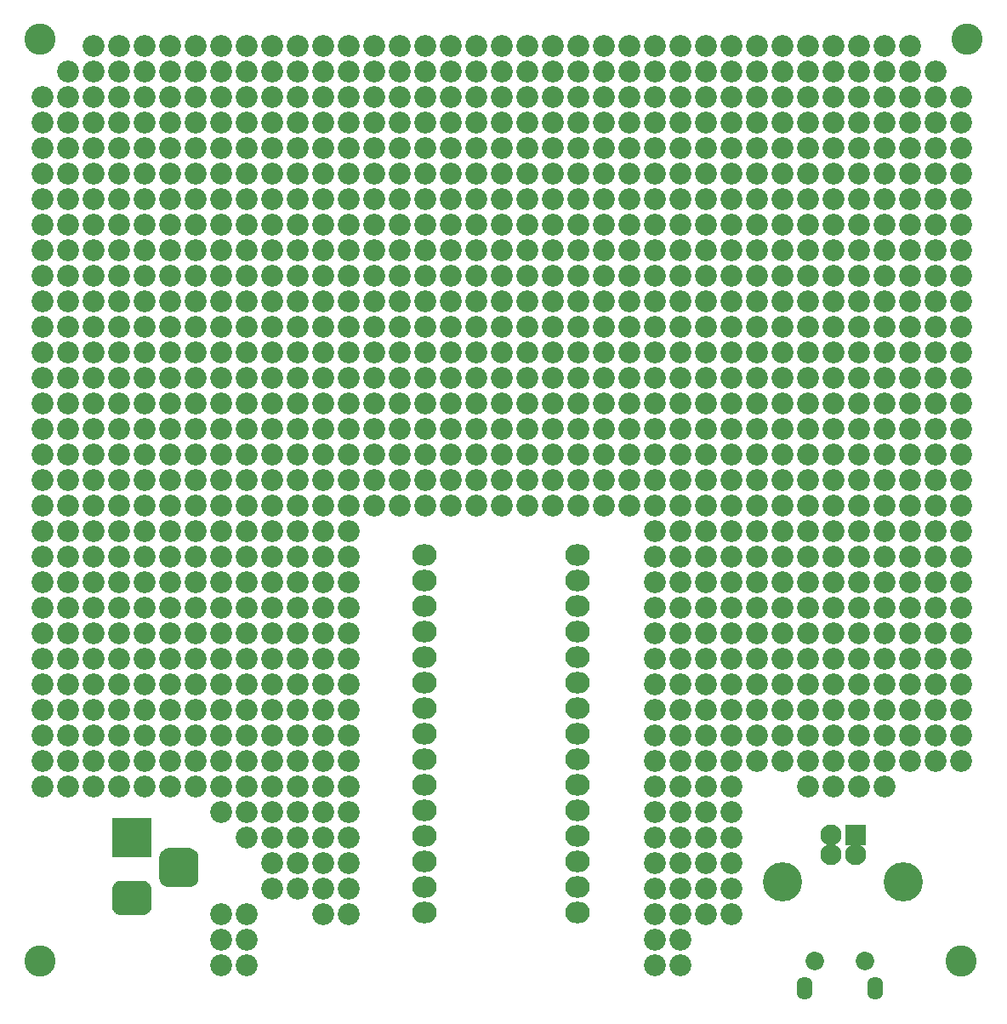
<source format=gbs>
G04 #@! TF.GenerationSoftware,KiCad,Pcbnew,(5.0.0)*
G04 #@! TF.CreationDate,2019-08-07T20:49:05+02:00*
G04 #@! TF.ProjectId,Arduino_Nano_Breadboard,41726475696E6F5F4E616E6F5F427265,rev?*
G04 #@! TF.SameCoordinates,Original*
G04 #@! TF.FileFunction,Soldermask,Bot*
G04 #@! TF.FilePolarity,Negative*
%FSLAX46Y46*%
G04 Gerber Fmt 4.6, Leading zero omitted, Abs format (unit mm)*
G04 Created by KiCad (PCBNEW (5.0.0)) date 08/07/19 20:49:05*
%MOMM*%
%LPD*%
G01*
G04 APERTURE LIST*
%ADD10C,2.178000*%
%ADD11C,3.900000*%
%ADD12C,2.100000*%
%ADD13R,2.100000X2.100000*%
%ADD14O,2.432000X2.127200*%
%ADD15C,3.100000*%
%ADD16C,0.100000*%
%ADD17C,3.400000*%
%ADD18R,3.900000X3.900000*%
%ADD19O,1.600000X2.300000*%
%ADD20C,1.850000*%
G04 APERTURE END LIST*
D10*
G04 #@! TO.C,*
X99530000Y-139850000D03*
G04 #@! TD*
G04 #@! TO.C,*
X96990000Y-139850000D03*
G04 #@! TD*
G04 #@! TO.C,*
X81750000Y-50950000D03*
G04 #@! TD*
G04 #@! TO.C,*
X168110000Y-50950000D03*
G04 #@! TD*
G04 #@! TO.C,*
X165570000Y-50950000D03*
G04 #@! TD*
G04 #@! TO.C,*
X165570000Y-48410000D03*
G04 #@! TD*
G04 #@! TO.C,*
X157950000Y-50950000D03*
X155410000Y-50950000D03*
X155410000Y-48410000D03*
X157950000Y-48410000D03*
G04 #@! TD*
G04 #@! TO.C,*
X147790000Y-50950000D03*
X145250000Y-50950000D03*
X145250000Y-48410000D03*
X147790000Y-48410000D03*
G04 #@! TD*
G04 #@! TO.C,*
X163030000Y-50950000D03*
X160490000Y-50950000D03*
X160490000Y-48410000D03*
X163030000Y-48410000D03*
G04 #@! TD*
G04 #@! TO.C,*
X152870000Y-50950000D03*
X150330000Y-50950000D03*
X150330000Y-48410000D03*
X152870000Y-48410000D03*
G04 #@! TD*
G04 #@! TO.C,*
X137630000Y-50950000D03*
X135090000Y-50950000D03*
X135090000Y-48410000D03*
X137630000Y-48410000D03*
G04 #@! TD*
G04 #@! TO.C,*
X127470000Y-50950000D03*
X124930000Y-50950000D03*
X124930000Y-48410000D03*
X127470000Y-48410000D03*
G04 #@! TD*
G04 #@! TO.C,*
X142710000Y-50950000D03*
X140170000Y-50950000D03*
X140170000Y-48410000D03*
X142710000Y-48410000D03*
G04 #@! TD*
G04 #@! TO.C,*
X132550000Y-50950000D03*
X130010000Y-50950000D03*
X130010000Y-48410000D03*
X132550000Y-48410000D03*
G04 #@! TD*
G04 #@! TO.C,*
X122390000Y-48410000D03*
X119850000Y-48410000D03*
X119850000Y-50950000D03*
X122390000Y-50950000D03*
G04 #@! TD*
G04 #@! TO.C,*
X117310000Y-48410000D03*
X114770000Y-48410000D03*
X114770000Y-50950000D03*
X117310000Y-50950000D03*
G04 #@! TD*
G04 #@! TO.C,*
X112230000Y-48410000D03*
X109690000Y-48410000D03*
X109690000Y-50950000D03*
X112230000Y-50950000D03*
G04 #@! TD*
G04 #@! TO.C,*
X107150000Y-48410000D03*
X104610000Y-48410000D03*
X104610000Y-50950000D03*
X107150000Y-50950000D03*
G04 #@! TD*
G04 #@! TO.C,*
X102070000Y-48410000D03*
X99530000Y-48410000D03*
X99530000Y-50950000D03*
X102070000Y-50950000D03*
G04 #@! TD*
G04 #@! TO.C,*
X96990000Y-48410000D03*
X94450000Y-48410000D03*
X94450000Y-50950000D03*
X96990000Y-50950000D03*
G04 #@! TD*
G04 #@! TO.C,*
X91910000Y-48410000D03*
X89370000Y-48410000D03*
X89370000Y-50950000D03*
X91910000Y-50950000D03*
G04 #@! TD*
G04 #@! TO.C,*
X86830000Y-48410000D03*
X84290000Y-48410000D03*
X84290000Y-50950000D03*
X86830000Y-50950000D03*
G04 #@! TD*
G04 #@! TO.C,*
X79210000Y-122070000D03*
G04 #@! TD*
G04 #@! TO.C,*
X81750000Y-122070000D03*
G04 #@! TD*
G04 #@! TO.C,*
X84290000Y-122070000D03*
G04 #@! TD*
G04 #@! TO.C,*
X84290000Y-114450000D03*
X81750000Y-114450000D03*
X79210000Y-114450000D03*
X79210000Y-116990000D03*
X79210000Y-119530000D03*
X81750000Y-119530000D03*
X84290000Y-119530000D03*
X81750000Y-116990000D03*
X84290000Y-116990000D03*
G04 #@! TD*
G04 #@! TO.C,*
X84290000Y-106830000D03*
X81750000Y-106830000D03*
X79210000Y-106830000D03*
X79210000Y-109370000D03*
X79210000Y-111910000D03*
X81750000Y-111910000D03*
X84290000Y-111910000D03*
X81750000Y-109370000D03*
X84290000Y-109370000D03*
G04 #@! TD*
G04 #@! TO.C,*
X84290000Y-99210000D03*
X81750000Y-99210000D03*
X79210000Y-99210000D03*
X79210000Y-101750000D03*
X79210000Y-104290000D03*
X81750000Y-104290000D03*
X84290000Y-104290000D03*
X81750000Y-101750000D03*
X84290000Y-101750000D03*
G04 #@! TD*
G04 #@! TO.C,*
X84290000Y-91590000D03*
X81750000Y-91590000D03*
X79210000Y-91590000D03*
X79210000Y-94130000D03*
X79210000Y-96670000D03*
X81750000Y-96670000D03*
X84290000Y-96670000D03*
X81750000Y-94130000D03*
X84290000Y-94130000D03*
G04 #@! TD*
G04 #@! TO.C,*
X84290000Y-83970000D03*
X81750000Y-83970000D03*
X79210000Y-83970000D03*
X79210000Y-86510000D03*
X79210000Y-89050000D03*
X81750000Y-89050000D03*
X84290000Y-89050000D03*
X81750000Y-86510000D03*
X84290000Y-86510000D03*
G04 #@! TD*
G04 #@! TO.C,*
X84290000Y-76350000D03*
X81750000Y-76350000D03*
X79210000Y-76350000D03*
X79210000Y-78890000D03*
X79210000Y-81430000D03*
X81750000Y-81430000D03*
X84290000Y-81430000D03*
X81750000Y-78890000D03*
X84290000Y-78890000D03*
G04 #@! TD*
G04 #@! TO.C,*
X84290000Y-68730000D03*
X81750000Y-68730000D03*
X79210000Y-68730000D03*
X79210000Y-71270000D03*
X79210000Y-73810000D03*
X81750000Y-73810000D03*
X84290000Y-73810000D03*
X81750000Y-71270000D03*
X84290000Y-71270000D03*
G04 #@! TD*
G04 #@! TO.C,*
X84290000Y-61110000D03*
X81750000Y-61110000D03*
X79210000Y-61110000D03*
X79210000Y-63650000D03*
X79210000Y-66190000D03*
X81750000Y-66190000D03*
X84290000Y-66190000D03*
X81750000Y-63650000D03*
X84290000Y-63650000D03*
G04 #@! TD*
G04 #@! TO.C,*
X84290000Y-53490000D03*
X81750000Y-53490000D03*
X79210000Y-53490000D03*
X79210000Y-56030000D03*
X79210000Y-58570000D03*
X81750000Y-58570000D03*
X84290000Y-58570000D03*
X81750000Y-56030000D03*
X84290000Y-56030000D03*
G04 #@! TD*
G04 #@! TO.C,*
X170650000Y-86510000D03*
G04 #@! TD*
G04 #@! TO.C,*
X170650000Y-83970000D03*
G04 #@! TD*
G04 #@! TO.C,*
X170650000Y-119530000D03*
G04 #@! TD*
G04 #@! TO.C,*
X170650000Y-116990000D03*
G04 #@! TD*
G04 #@! TO.C,*
X170650000Y-114450000D03*
G04 #@! TD*
G04 #@! TO.C,*
X168110000Y-114450000D03*
G04 #@! TD*
G04 #@! TO.C,*
X147790000Y-129690000D03*
X145250000Y-129690000D03*
X145250000Y-127150000D03*
X147790000Y-127150000D03*
G04 #@! TD*
G04 #@! TO.C,*
X147790000Y-124610000D03*
X145250000Y-124610000D03*
X145250000Y-122070000D03*
X147790000Y-122070000D03*
G04 #@! TD*
G04 #@! TO.C,*
X147790000Y-119530000D03*
X145250000Y-119530000D03*
X145250000Y-116990000D03*
X147790000Y-116990000D03*
G04 #@! TD*
G04 #@! TO.C,*
X152870000Y-119530000D03*
X150330000Y-119530000D03*
X150330000Y-116990000D03*
X152870000Y-116990000D03*
G04 #@! TD*
G04 #@! TO.C,*
X157950000Y-119530000D03*
X155410000Y-119530000D03*
X155410000Y-116990000D03*
X157950000Y-116990000D03*
G04 #@! TD*
G04 #@! TO.C,*
X170650000Y-111910000D03*
X168110000Y-111910000D03*
X168110000Y-109370000D03*
X170650000Y-109370000D03*
G04 #@! TD*
G04 #@! TO.C,*
X170650000Y-106830000D03*
X168110000Y-106830000D03*
X168110000Y-104290000D03*
X170650000Y-104290000D03*
G04 #@! TD*
G04 #@! TO.C,*
X170650000Y-101750000D03*
X168110000Y-101750000D03*
X168110000Y-99210000D03*
X170650000Y-99210000D03*
G04 #@! TD*
G04 #@! TO.C,*
X170650000Y-96670000D03*
X168110000Y-96670000D03*
X168110000Y-94130000D03*
X170650000Y-94130000D03*
G04 #@! TD*
G04 #@! TO.C,*
X170650000Y-91590000D03*
X168110000Y-91590000D03*
X168110000Y-89050000D03*
X170650000Y-89050000D03*
G04 #@! TD*
G04 #@! TO.C,*
X168110000Y-86510000D03*
X165570000Y-86510000D03*
X165570000Y-83970000D03*
X168110000Y-83970000D03*
G04 #@! TD*
G04 #@! TO.C,*
X170650000Y-76350000D03*
X168110000Y-76350000D03*
X165570000Y-76350000D03*
X165570000Y-78890000D03*
X165570000Y-81430000D03*
X168110000Y-81430000D03*
X170650000Y-81430000D03*
X168110000Y-78890000D03*
X170650000Y-78890000D03*
G04 #@! TD*
G04 #@! TO.C,*
X170650000Y-68730000D03*
X168110000Y-68730000D03*
X165570000Y-68730000D03*
X165570000Y-71270000D03*
X165570000Y-73810000D03*
X168110000Y-73810000D03*
X170650000Y-73810000D03*
X168110000Y-71270000D03*
X170650000Y-71270000D03*
G04 #@! TD*
G04 #@! TO.C,*
X170650000Y-61110000D03*
X168110000Y-61110000D03*
X165570000Y-61110000D03*
X165570000Y-63650000D03*
X165570000Y-66190000D03*
X168110000Y-66190000D03*
X170650000Y-66190000D03*
X168110000Y-63650000D03*
X170650000Y-63650000D03*
G04 #@! TD*
G04 #@! TO.C,*
X170650000Y-53490000D03*
X168110000Y-53490000D03*
X165570000Y-53490000D03*
X165570000Y-56030000D03*
X165570000Y-58570000D03*
X168110000Y-58570000D03*
X170650000Y-58570000D03*
X168110000Y-56030000D03*
X170650000Y-56030000D03*
G04 #@! TD*
G04 #@! TO.C,*
X163030000Y-86510000D03*
G04 #@! TD*
G04 #@! TO.C,*
X160490000Y-86510000D03*
G04 #@! TD*
G04 #@! TO.C,*
X163030000Y-81430000D03*
X160490000Y-81430000D03*
X160490000Y-83970000D03*
X163030000Y-83970000D03*
G04 #@! TD*
G04 #@! TO.C,*
X157950000Y-58570000D03*
G04 #@! TD*
G04 #@! TO.C,*
X157950000Y-56030000D03*
G04 #@! TD*
G04 #@! TO.C,*
X155410000Y-56030000D03*
G04 #@! TD*
G04 #@! TO.C,*
X152870000Y-56030000D03*
G04 #@! TD*
G04 #@! TO.C,*
X150330000Y-56030000D03*
G04 #@! TD*
G04 #@! TO.C,*
X147790000Y-56030000D03*
G04 #@! TD*
G04 #@! TO.C,*
X145250000Y-56030000D03*
G04 #@! TD*
G04 #@! TO.C,*
X145250000Y-58570000D03*
G04 #@! TD*
G04 #@! TO.C,*
X145250000Y-61110000D03*
G04 #@! TD*
G04 #@! TO.C,*
X163030000Y-78890000D03*
G04 #@! TD*
G04 #@! TO.C,*
X163030000Y-76350000D03*
G04 #@! TD*
G04 #@! TO.C,*
X163030000Y-73810000D03*
G04 #@! TD*
G04 #@! TO.C,*
X104610000Y-129690000D03*
X102070000Y-129690000D03*
X102070000Y-132230000D03*
X104610000Y-132230000D03*
G04 #@! TD*
G04 #@! TO.C,*
X104610000Y-124610000D03*
X102070000Y-124610000D03*
X102070000Y-127150000D03*
X104610000Y-127150000D03*
G04 #@! TD*
G04 #@! TO.C,*
X107150000Y-53490000D03*
G04 #@! TD*
G04 #@! TO.C,*
X168110000Y-119530000D03*
X165570000Y-119530000D03*
X165570000Y-116990000D03*
X168110000Y-116990000D03*
G04 #@! TD*
G04 #@! TO.C,*
X99530000Y-137310000D03*
X96990000Y-137310000D03*
X96990000Y-134770000D03*
X99530000Y-134770000D03*
G04 #@! TD*
G04 #@! TO.C,*
X142710000Y-139850000D03*
X140170000Y-139850000D03*
X140170000Y-137310000D03*
X142710000Y-137310000D03*
G04 #@! TD*
G04 #@! TO.C,*
X163030000Y-56030000D03*
X160490000Y-56030000D03*
X160490000Y-53490000D03*
X163030000Y-53490000D03*
G04 #@! TD*
G04 #@! TO.C,*
X163030000Y-61110000D03*
X160490000Y-61110000D03*
X160490000Y-58570000D03*
X163030000Y-58570000D03*
G04 #@! TD*
G04 #@! TO.C,*
X165570000Y-106830000D03*
X163030000Y-106830000D03*
X163030000Y-104290000D03*
X165570000Y-104290000D03*
G04 #@! TD*
G04 #@! TO.C,*
X160490000Y-106830000D03*
X157950000Y-106830000D03*
X157950000Y-104290000D03*
X160490000Y-104290000D03*
G04 #@! TD*
G04 #@! TO.C,*
X155410000Y-106830000D03*
X152870000Y-106830000D03*
X152870000Y-104290000D03*
X155410000Y-104290000D03*
G04 #@! TD*
G04 #@! TO.C,*
X147790000Y-134770000D03*
X145250000Y-134770000D03*
X145250000Y-132230000D03*
X147790000Y-132230000D03*
G04 #@! TD*
G04 #@! TO.C,*
X142710000Y-132230000D03*
X140170000Y-132230000D03*
X140170000Y-129690000D03*
X142710000Y-129690000D03*
G04 #@! TD*
G04 #@! TO.C,*
X142710000Y-127150000D03*
X140170000Y-127150000D03*
X140170000Y-124610000D03*
X142710000Y-124610000D03*
G04 #@! TD*
G04 #@! TO.C,*
X142710000Y-122070000D03*
X140170000Y-122070000D03*
X140170000Y-119530000D03*
X142710000Y-119530000D03*
G04 #@! TD*
G04 #@! TO.C,*
X142710000Y-116990000D03*
X140170000Y-116990000D03*
X140170000Y-114450000D03*
X142710000Y-114450000D03*
G04 #@! TD*
G04 #@! TO.C,*
X142710000Y-111910000D03*
X140170000Y-111910000D03*
X140170000Y-109370000D03*
X142710000Y-109370000D03*
G04 #@! TD*
G04 #@! TO.C,*
X142710000Y-106830000D03*
X140170000Y-106830000D03*
X140170000Y-104290000D03*
X142710000Y-104290000D03*
G04 #@! TD*
G04 #@! TO.C,*
X142710000Y-101750000D03*
X140170000Y-101750000D03*
X140170000Y-99210000D03*
X142710000Y-99210000D03*
G04 #@! TD*
G04 #@! TO.C,*
X142710000Y-96670000D03*
X140170000Y-96670000D03*
X140170000Y-94130000D03*
X142710000Y-94130000D03*
G04 #@! TD*
G04 #@! TO.C,*
X109690000Y-132230000D03*
X107150000Y-132230000D03*
X107150000Y-129690000D03*
X109690000Y-129690000D03*
G04 #@! TD*
G04 #@! TO.C,*
X109690000Y-127150000D03*
X107150000Y-127150000D03*
X107150000Y-124610000D03*
X109690000Y-124610000D03*
G04 #@! TD*
G04 #@! TO.C,*
X109690000Y-122070000D03*
X107150000Y-122070000D03*
X107150000Y-119530000D03*
X109690000Y-119530000D03*
G04 #@! TD*
G04 #@! TO.C,*
X109690000Y-116990000D03*
X107150000Y-116990000D03*
X107150000Y-114450000D03*
X109690000Y-114450000D03*
G04 #@! TD*
G04 #@! TO.C,*
X109690000Y-111910000D03*
X107150000Y-111910000D03*
X107150000Y-109370000D03*
X109690000Y-109370000D03*
G04 #@! TD*
G04 #@! TO.C,*
X109690000Y-106830000D03*
X107150000Y-106830000D03*
X107150000Y-104290000D03*
X109690000Y-104290000D03*
G04 #@! TD*
G04 #@! TO.C,*
X109690000Y-101750000D03*
X107150000Y-101750000D03*
X107150000Y-99210000D03*
X109690000Y-99210000D03*
G04 #@! TD*
G04 #@! TO.C,*
X109690000Y-96670000D03*
X107150000Y-96670000D03*
X107150000Y-94130000D03*
X109690000Y-94130000D03*
G04 #@! TD*
G04 #@! TO.C,*
X163030000Y-66190000D03*
X160490000Y-66190000D03*
X160490000Y-63650000D03*
X163030000Y-63650000D03*
G04 #@! TD*
G04 #@! TO.C,*
X163030000Y-119530000D03*
X160490000Y-119530000D03*
X160490000Y-116990000D03*
X163030000Y-116990000D03*
G04 #@! TD*
G04 #@! TO.C,*
X150330000Y-61110000D03*
X147790000Y-61110000D03*
X147790000Y-58570000D03*
X150330000Y-58570000D03*
G04 #@! TD*
G04 #@! TO.C,*
X163030000Y-71270000D03*
X160490000Y-71270000D03*
X160490000Y-68730000D03*
X163030000Y-68730000D03*
G04 #@! TD*
G04 #@! TO.C,*
X89370000Y-122070000D03*
X86830000Y-122070000D03*
X86830000Y-119530000D03*
X89370000Y-119530000D03*
G04 #@! TD*
G04 #@! TO.C,*
X89370000Y-116990000D03*
X86830000Y-116990000D03*
X86830000Y-114450000D03*
X89370000Y-114450000D03*
G04 #@! TD*
G04 #@! TO.C,*
X89370000Y-111910000D03*
X86830000Y-111910000D03*
X86830000Y-109370000D03*
X89370000Y-109370000D03*
G04 #@! TD*
G04 #@! TO.C,*
X89370000Y-106830000D03*
X86830000Y-106830000D03*
X86830000Y-104290000D03*
X89370000Y-104290000D03*
G04 #@! TD*
G04 #@! TO.C,*
X89370000Y-101750000D03*
X86830000Y-101750000D03*
X86830000Y-99210000D03*
X89370000Y-99210000D03*
G04 #@! TD*
G04 #@! TO.C,*
X89370000Y-96670000D03*
X86830000Y-96670000D03*
X86830000Y-94130000D03*
X89370000Y-94130000D03*
G04 #@! TD*
G04 #@! TO.C,*
X89370000Y-91590000D03*
X86830000Y-91590000D03*
X86830000Y-89050000D03*
X89370000Y-89050000D03*
G04 #@! TD*
G04 #@! TO.C,*
X89370000Y-86510000D03*
X86830000Y-86510000D03*
X86830000Y-83970000D03*
X89370000Y-83970000D03*
G04 #@! TD*
G04 #@! TO.C,*
X89370000Y-81430000D03*
X86830000Y-81430000D03*
X86830000Y-78890000D03*
X89370000Y-78890000D03*
G04 #@! TD*
G04 #@! TO.C,*
X89370000Y-76350000D03*
X86830000Y-76350000D03*
X86830000Y-73810000D03*
X89370000Y-73810000D03*
G04 #@! TD*
G04 #@! TO.C,*
X89370000Y-71270000D03*
X86830000Y-71270000D03*
X86830000Y-68730000D03*
X89370000Y-68730000D03*
G04 #@! TD*
G04 #@! TO.C,*
X89370000Y-66190000D03*
X86830000Y-66190000D03*
X86830000Y-63650000D03*
X89370000Y-63650000D03*
G04 #@! TD*
G04 #@! TO.C,*
X89370000Y-61110000D03*
X86830000Y-61110000D03*
X86830000Y-58570000D03*
X89370000Y-58570000D03*
G04 #@! TD*
G04 #@! TO.C,*
X89370000Y-56030000D03*
X86830000Y-56030000D03*
X86830000Y-53490000D03*
X89370000Y-53490000D03*
G04 #@! TD*
G04 #@! TO.C,*
X155410000Y-78890000D03*
X152870000Y-78890000D03*
X152870000Y-76350000D03*
X155410000Y-76350000D03*
G04 #@! TD*
G04 #@! TO.C,*
X160490000Y-78890000D03*
X157950000Y-78890000D03*
X157950000Y-76350000D03*
X160490000Y-76350000D03*
G04 #@! TD*
G04 #@! TO.C,*
X99530000Y-127150000D03*
G04 #@! TD*
G04 #@! TO.C,*
X99530000Y-124610000D03*
G04 #@! TD*
G04 #@! TO.C,*
X96990000Y-124610000D03*
G04 #@! TD*
G04 #@! TO.C,*
X163030000Y-122070000D03*
G04 #@! TD*
G04 #@! TO.C,*
X160490000Y-122070000D03*
G04 #@! TD*
G04 #@! TO.C,*
X157950000Y-122070000D03*
G04 #@! TD*
G04 #@! TO.C,*
X155410000Y-122070000D03*
G04 #@! TD*
G04 #@! TO.C,*
X107150000Y-134770000D03*
G04 #@! TD*
G04 #@! TO.C,*
X109690000Y-134770000D03*
G04 #@! TD*
G04 #@! TO.C,*
X142710000Y-134770000D03*
G04 #@! TD*
G04 #@! TO.C,*
X140170000Y-134770000D03*
G04 #@! TD*
G04 #@! TO.C,*
X137630000Y-94130000D03*
G04 #@! TD*
G04 #@! TO.C,*
X135090000Y-94130000D03*
G04 #@! TD*
G04 #@! TO.C,*
X132550000Y-94130000D03*
G04 #@! TD*
G04 #@! TO.C,*
X130010000Y-94130000D03*
G04 #@! TD*
G04 #@! TO.C,*
X127470000Y-94130000D03*
G04 #@! TD*
G04 #@! TO.C,*
X124930000Y-94130000D03*
G04 #@! TD*
G04 #@! TO.C,*
X122390000Y-94130000D03*
G04 #@! TD*
G04 #@! TO.C,*
X119850000Y-94130000D03*
G04 #@! TD*
G04 #@! TO.C,*
X117310000Y-94130000D03*
G04 #@! TD*
G04 #@! TO.C,*
X114770000Y-94130000D03*
G04 #@! TD*
G04 #@! TO.C,*
X157950000Y-53490000D03*
G04 #@! TD*
G04 #@! TO.C,*
X155410000Y-53490000D03*
G04 #@! TD*
G04 #@! TO.C,*
X152870000Y-53490000D03*
G04 #@! TD*
G04 #@! TO.C,*
X160490000Y-73810000D03*
G04 #@! TD*
G04 #@! TO.C,*
X152870000Y-58570000D03*
G04 #@! TD*
G04 #@! TO.C,*
X155410000Y-58570000D03*
G04 #@! TD*
G04 #@! TO.C,*
X91910000Y-53490000D03*
G04 #@! TD*
G04 #@! TO.C,*
X96990000Y-53490000D03*
G04 #@! TD*
G04 #@! TO.C,*
X94450000Y-53490000D03*
G04 #@! TD*
G04 #@! TO.C,*
X99530000Y-53490000D03*
G04 #@! TD*
G04 #@! TO.C,*
X102070000Y-53490000D03*
G04 #@! TD*
G04 #@! TO.C,*
X104610000Y-53490000D03*
G04 #@! TD*
G04 #@! TO.C,*
X109690000Y-53490000D03*
G04 #@! TD*
G04 #@! TO.C,*
X119850000Y-53490000D03*
G04 #@! TD*
G04 #@! TO.C,*
X127470000Y-53490000D03*
G04 #@! TD*
G04 #@! TO.C,*
X122390000Y-53490000D03*
G04 #@! TD*
G04 #@! TO.C,*
X130010000Y-53490000D03*
G04 #@! TD*
G04 #@! TO.C,*
X112230000Y-53490000D03*
G04 #@! TD*
G04 #@! TO.C,*
X114770000Y-53490000D03*
G04 #@! TD*
G04 #@! TO.C,*
X117310000Y-53490000D03*
G04 #@! TD*
G04 #@! TO.C,*
X124930000Y-53490000D03*
G04 #@! TD*
G04 #@! TO.C,*
X132550000Y-53490000D03*
G04 #@! TD*
G04 #@! TO.C,*
X142710000Y-53490000D03*
G04 #@! TD*
G04 #@! TO.C,*
X150330000Y-53490000D03*
G04 #@! TD*
G04 #@! TO.C,*
X145250000Y-53490000D03*
G04 #@! TD*
G04 #@! TO.C,*
X135090000Y-53490000D03*
G04 #@! TD*
G04 #@! TO.C,*
X137630000Y-53490000D03*
G04 #@! TD*
G04 #@! TO.C,*
X140170000Y-53490000D03*
G04 #@! TD*
G04 #@! TO.C,*
X147790000Y-53490000D03*
G04 #@! TD*
G04 #@! TO.C,*
X112230000Y-94130000D03*
G04 #@! TD*
G04 #@! TO.C,*
X142710000Y-81430000D03*
X140170000Y-81430000D03*
X142710000Y-83970000D03*
X140170000Y-83970000D03*
X137630000Y-83970000D03*
X137630000Y-81430000D03*
X137630000Y-78890000D03*
X140170000Y-78890000D03*
X142710000Y-78890000D03*
G04 #@! TD*
G04 #@! TO.C,*
X165570000Y-99210000D03*
X163030000Y-99210000D03*
X165570000Y-101750000D03*
X163030000Y-101750000D03*
X160490000Y-101750000D03*
X160490000Y-99210000D03*
X160490000Y-96670000D03*
X163030000Y-96670000D03*
X165570000Y-96670000D03*
G04 #@! TD*
G04 #@! TO.C,*
X157950000Y-99210000D03*
X155410000Y-99210000D03*
X157950000Y-101750000D03*
X155410000Y-101750000D03*
X152870000Y-101750000D03*
X152870000Y-99210000D03*
X152870000Y-96670000D03*
X155410000Y-96670000D03*
X157950000Y-96670000D03*
G04 #@! TD*
G04 #@! TO.C,*
X165570000Y-91590000D03*
X163030000Y-91590000D03*
X165570000Y-94130000D03*
X163030000Y-94130000D03*
X160490000Y-94130000D03*
X160490000Y-91590000D03*
X160490000Y-89050000D03*
X163030000Y-89050000D03*
X165570000Y-89050000D03*
G04 #@! TD*
G04 #@! TO.C,*
X157950000Y-91590000D03*
X155410000Y-91590000D03*
X157950000Y-94130000D03*
X155410000Y-94130000D03*
X152870000Y-94130000D03*
X152870000Y-91590000D03*
X152870000Y-89050000D03*
X155410000Y-89050000D03*
X157950000Y-89050000D03*
G04 #@! TD*
G04 #@! TO.C,*
X157950000Y-83970000D03*
X155410000Y-83970000D03*
X157950000Y-86510000D03*
X155410000Y-86510000D03*
X152870000Y-86510000D03*
X152870000Y-83970000D03*
X152870000Y-81430000D03*
X155410000Y-81430000D03*
X157950000Y-81430000D03*
G04 #@! TD*
G04 #@! TO.C,*
X150330000Y-111910000D03*
X147790000Y-111910000D03*
X150330000Y-114450000D03*
X147790000Y-114450000D03*
X145250000Y-114450000D03*
X145250000Y-111910000D03*
X145250000Y-109370000D03*
X147790000Y-109370000D03*
X150330000Y-109370000D03*
G04 #@! TD*
G04 #@! TO.C,*
X150330000Y-104290000D03*
X147790000Y-104290000D03*
X150330000Y-106830000D03*
X147790000Y-106830000D03*
X145250000Y-106830000D03*
X145250000Y-104290000D03*
X145250000Y-101750000D03*
X147790000Y-101750000D03*
X150330000Y-101750000D03*
G04 #@! TD*
G04 #@! TO.C,*
X150330000Y-96670000D03*
X147790000Y-96670000D03*
X150330000Y-99210000D03*
X147790000Y-99210000D03*
X145250000Y-99210000D03*
X145250000Y-96670000D03*
X145250000Y-94130000D03*
X147790000Y-94130000D03*
X150330000Y-94130000D03*
G04 #@! TD*
G04 #@! TO.C,*
X112230000Y-89050000D03*
X109690000Y-89050000D03*
X112230000Y-91590000D03*
X109690000Y-91590000D03*
X107150000Y-91590000D03*
X107150000Y-89050000D03*
X107150000Y-86510000D03*
X109690000Y-86510000D03*
X112230000Y-86510000D03*
G04 #@! TD*
G04 #@! TO.C,*
X119850000Y-89050000D03*
X117310000Y-89050000D03*
X119850000Y-91590000D03*
X117310000Y-91590000D03*
X114770000Y-91590000D03*
X114770000Y-89050000D03*
X114770000Y-86510000D03*
X117310000Y-86510000D03*
X119850000Y-86510000D03*
G04 #@! TD*
G04 #@! TO.C,*
X127470000Y-89050000D03*
X124930000Y-89050000D03*
X127470000Y-91590000D03*
X124930000Y-91590000D03*
X122390000Y-91590000D03*
X122390000Y-89050000D03*
X122390000Y-86510000D03*
X124930000Y-86510000D03*
X127470000Y-86510000D03*
G04 #@! TD*
G04 #@! TO.C,*
X135090000Y-89050000D03*
X132550000Y-89050000D03*
X135090000Y-91590000D03*
X132550000Y-91590000D03*
X130010000Y-91590000D03*
X130010000Y-89050000D03*
X130010000Y-86510000D03*
X132550000Y-86510000D03*
X135090000Y-86510000D03*
G04 #@! TD*
G04 #@! TO.C,*
X142710000Y-89050000D03*
X140170000Y-89050000D03*
X142710000Y-91590000D03*
X140170000Y-91590000D03*
X137630000Y-91590000D03*
X137630000Y-89050000D03*
X137630000Y-86510000D03*
X140170000Y-86510000D03*
X142710000Y-86510000D03*
G04 #@! TD*
G04 #@! TO.C,*
X150330000Y-89050000D03*
X147790000Y-89050000D03*
X150330000Y-91590000D03*
X147790000Y-91590000D03*
X145250000Y-91590000D03*
X145250000Y-89050000D03*
X145250000Y-86510000D03*
X147790000Y-86510000D03*
X150330000Y-86510000D03*
G04 #@! TD*
G04 #@! TO.C,*
X150330000Y-81430000D03*
X147790000Y-81430000D03*
X150330000Y-83970000D03*
X147790000Y-83970000D03*
X145250000Y-83970000D03*
X145250000Y-81430000D03*
X145250000Y-78890000D03*
X147790000Y-78890000D03*
X150330000Y-78890000D03*
G04 #@! TD*
G04 #@! TO.C,*
X135090000Y-81430000D03*
X132550000Y-81430000D03*
X135090000Y-83970000D03*
X132550000Y-83970000D03*
X130010000Y-83970000D03*
X130010000Y-81430000D03*
X130010000Y-78890000D03*
X132550000Y-78890000D03*
X135090000Y-78890000D03*
G04 #@! TD*
G04 #@! TO.C,*
X127470000Y-81430000D03*
X124930000Y-81430000D03*
X127470000Y-83970000D03*
X124930000Y-83970000D03*
X122390000Y-83970000D03*
X122390000Y-81430000D03*
X122390000Y-78890000D03*
X124930000Y-78890000D03*
X127470000Y-78890000D03*
G04 #@! TD*
G04 #@! TO.C,*
X119850000Y-81430000D03*
X117310000Y-81430000D03*
X119850000Y-83970000D03*
X117310000Y-83970000D03*
X114770000Y-83970000D03*
X114770000Y-81430000D03*
X114770000Y-78890000D03*
X117310000Y-78890000D03*
X119850000Y-78890000D03*
G04 #@! TD*
G04 #@! TO.C,*
X112230000Y-81430000D03*
X109690000Y-81430000D03*
X112230000Y-83970000D03*
X109690000Y-83970000D03*
X107150000Y-83970000D03*
X107150000Y-81430000D03*
X107150000Y-78890000D03*
X109690000Y-78890000D03*
X112230000Y-78890000D03*
G04 #@! TD*
G04 #@! TO.C,*
X165570000Y-111910000D03*
X163030000Y-111910000D03*
X165570000Y-114450000D03*
X163030000Y-114450000D03*
X160490000Y-114450000D03*
X160490000Y-111910000D03*
X160490000Y-109370000D03*
X163030000Y-109370000D03*
X165570000Y-109370000D03*
G04 #@! TD*
G04 #@! TO.C,*
X157950000Y-111910000D03*
X155410000Y-111910000D03*
X157950000Y-114450000D03*
X155410000Y-114450000D03*
X152870000Y-114450000D03*
X152870000Y-111910000D03*
X152870000Y-109370000D03*
X155410000Y-109370000D03*
X157950000Y-109370000D03*
G04 #@! TD*
G04 #@! TO.C,*
X157950000Y-71270000D03*
X155410000Y-71270000D03*
X157950000Y-73810000D03*
X155410000Y-73810000D03*
X152870000Y-73810000D03*
X152870000Y-71270000D03*
X152870000Y-68730000D03*
X155410000Y-68730000D03*
X157950000Y-68730000D03*
G04 #@! TD*
G04 #@! TO.C,*
X157950000Y-63650000D03*
X155410000Y-63650000D03*
X157950000Y-66190000D03*
X155410000Y-66190000D03*
X152870000Y-66190000D03*
X152870000Y-63650000D03*
X152870000Y-61110000D03*
X155410000Y-61110000D03*
X157950000Y-61110000D03*
G04 #@! TD*
G04 #@! TO.C,*
X96990000Y-58570000D03*
X94450000Y-58570000D03*
X96990000Y-61110000D03*
X94450000Y-61110000D03*
X91910000Y-61110000D03*
X91910000Y-58570000D03*
X91910000Y-56030000D03*
X94450000Y-56030000D03*
X96990000Y-56030000D03*
G04 #@! TD*
G04 #@! TO.C,*
X96990000Y-66190000D03*
X94450000Y-66190000D03*
X96990000Y-68730000D03*
X94450000Y-68730000D03*
X91910000Y-68730000D03*
X91910000Y-66190000D03*
X91910000Y-63650000D03*
X94450000Y-63650000D03*
X96990000Y-63650000D03*
G04 #@! TD*
G04 #@! TO.C,*
X96990000Y-73810000D03*
X94450000Y-73810000D03*
X96990000Y-76350000D03*
X94450000Y-76350000D03*
X91910000Y-76350000D03*
X91910000Y-73810000D03*
X91910000Y-71270000D03*
X94450000Y-71270000D03*
X96990000Y-71270000D03*
G04 #@! TD*
G04 #@! TO.C,*
X96990000Y-104290000D03*
X94450000Y-104290000D03*
X96990000Y-106830000D03*
X94450000Y-106830000D03*
X91910000Y-106830000D03*
X91910000Y-104290000D03*
X91910000Y-101750000D03*
X94450000Y-101750000D03*
X96990000Y-101750000D03*
G04 #@! TD*
G04 #@! TO.C,*
X96990000Y-119530000D03*
X94450000Y-119530000D03*
X96990000Y-122070000D03*
X94450000Y-122070000D03*
X91910000Y-122070000D03*
X91910000Y-119530000D03*
X91910000Y-116990000D03*
X94450000Y-116990000D03*
X96990000Y-116990000D03*
G04 #@! TD*
G04 #@! TO.C,*
X96990000Y-89050000D03*
X94450000Y-89050000D03*
X96990000Y-91590000D03*
X94450000Y-91590000D03*
X91910000Y-91590000D03*
X91910000Y-89050000D03*
X91910000Y-86510000D03*
X94450000Y-86510000D03*
X96990000Y-86510000D03*
G04 #@! TD*
G04 #@! TO.C,*
X96990000Y-81430000D03*
X94450000Y-81430000D03*
X96990000Y-83970000D03*
X94450000Y-83970000D03*
X91910000Y-83970000D03*
X91910000Y-81430000D03*
X91910000Y-78890000D03*
X94450000Y-78890000D03*
X96990000Y-78890000D03*
G04 #@! TD*
G04 #@! TO.C,*
X96990000Y-96670000D03*
X94450000Y-96670000D03*
X96990000Y-99210000D03*
X94450000Y-99210000D03*
X91910000Y-99210000D03*
X91910000Y-96670000D03*
X91910000Y-94130000D03*
X94450000Y-94130000D03*
X96990000Y-94130000D03*
G04 #@! TD*
G04 #@! TO.C,*
X96990000Y-111910000D03*
X94450000Y-111910000D03*
X96990000Y-114450000D03*
X94450000Y-114450000D03*
X91910000Y-114450000D03*
X91910000Y-111910000D03*
X91910000Y-109370000D03*
X94450000Y-109370000D03*
X96990000Y-109370000D03*
G04 #@! TD*
G04 #@! TO.C,*
X135090000Y-73810000D03*
X132550000Y-73810000D03*
X135090000Y-76350000D03*
X132550000Y-76350000D03*
X130010000Y-76350000D03*
X130010000Y-73810000D03*
X130010000Y-71270000D03*
X132550000Y-71270000D03*
X135090000Y-71270000D03*
G04 #@! TD*
G04 #@! TO.C,*
X135090000Y-58570000D03*
X132550000Y-58570000D03*
X135090000Y-61110000D03*
X132550000Y-61110000D03*
X130010000Y-61110000D03*
X130010000Y-58570000D03*
X130010000Y-56030000D03*
X132550000Y-56030000D03*
X135090000Y-56030000D03*
G04 #@! TD*
G04 #@! TO.C,*
X142710000Y-73810000D03*
X140170000Y-73810000D03*
X142710000Y-76350000D03*
X140170000Y-76350000D03*
X137630000Y-76350000D03*
X137630000Y-73810000D03*
X137630000Y-71270000D03*
X140170000Y-71270000D03*
X142710000Y-71270000D03*
G04 #@! TD*
G04 #@! TO.C,*
X150330000Y-73810000D03*
X147790000Y-73810000D03*
X150330000Y-76350000D03*
X147790000Y-76350000D03*
X145250000Y-76350000D03*
X145250000Y-73810000D03*
X145250000Y-71270000D03*
X147790000Y-71270000D03*
X150330000Y-71270000D03*
G04 #@! TD*
G04 #@! TO.C,*
X142710000Y-66190000D03*
X140170000Y-66190000D03*
X142710000Y-68730000D03*
X140170000Y-68730000D03*
X137630000Y-68730000D03*
X137630000Y-66190000D03*
X137630000Y-63650000D03*
X140170000Y-63650000D03*
X142710000Y-63650000D03*
G04 #@! TD*
G04 #@! TO.C,*
X142710000Y-58570000D03*
X140170000Y-58570000D03*
X142710000Y-61110000D03*
X140170000Y-61110000D03*
X137630000Y-61110000D03*
X137630000Y-58570000D03*
X137630000Y-56030000D03*
X140170000Y-56030000D03*
X142710000Y-56030000D03*
G04 #@! TD*
G04 #@! TO.C,*
X150330000Y-66190000D03*
X147790000Y-66190000D03*
X150330000Y-68730000D03*
X147790000Y-68730000D03*
X145250000Y-68730000D03*
X145250000Y-66190000D03*
X145250000Y-63650000D03*
X147790000Y-63650000D03*
X150330000Y-63650000D03*
G04 #@! TD*
G04 #@! TO.C,*
X135090000Y-66190000D03*
X132550000Y-66190000D03*
X135090000Y-68730000D03*
X132550000Y-68730000D03*
X130010000Y-68730000D03*
X130010000Y-66190000D03*
X130010000Y-63650000D03*
X132550000Y-63650000D03*
X135090000Y-63650000D03*
G04 #@! TD*
G04 #@! TO.C,*
X127470000Y-73810000D03*
X124930000Y-73810000D03*
X127470000Y-76350000D03*
X124930000Y-76350000D03*
X122390000Y-76350000D03*
X122390000Y-73810000D03*
X122390000Y-71270000D03*
X124930000Y-71270000D03*
X127470000Y-71270000D03*
G04 #@! TD*
G04 #@! TO.C,*
X112230000Y-73810000D03*
X109690000Y-73810000D03*
X112230000Y-76350000D03*
X109690000Y-76350000D03*
X107150000Y-76350000D03*
X107150000Y-73810000D03*
X107150000Y-71270000D03*
X109690000Y-71270000D03*
X112230000Y-71270000D03*
G04 #@! TD*
G04 #@! TO.C,*
X119850000Y-73810000D03*
X117310000Y-73810000D03*
X119850000Y-76350000D03*
X117310000Y-76350000D03*
X114770000Y-76350000D03*
X114770000Y-73810000D03*
X114770000Y-71270000D03*
X117310000Y-71270000D03*
X119850000Y-71270000D03*
G04 #@! TD*
G04 #@! TO.C,*
X112230000Y-66190000D03*
X109690000Y-66190000D03*
X112230000Y-68730000D03*
X109690000Y-68730000D03*
X107150000Y-68730000D03*
X107150000Y-66190000D03*
X107150000Y-63650000D03*
X109690000Y-63650000D03*
X112230000Y-63650000D03*
G04 #@! TD*
G04 #@! TO.C,*
X112230000Y-58570000D03*
X109690000Y-58570000D03*
X112230000Y-61110000D03*
X109690000Y-61110000D03*
X107150000Y-61110000D03*
X107150000Y-58570000D03*
X107150000Y-56030000D03*
X109690000Y-56030000D03*
X112230000Y-56030000D03*
G04 #@! TD*
G04 #@! TO.C,*
X127470000Y-58570000D03*
X124930000Y-58570000D03*
X127470000Y-61110000D03*
X124930000Y-61110000D03*
X122390000Y-61110000D03*
X122390000Y-58570000D03*
X122390000Y-56030000D03*
X124930000Y-56030000D03*
X127470000Y-56030000D03*
G04 #@! TD*
G04 #@! TO.C,*
X119850000Y-66190000D03*
X117310000Y-66190000D03*
X119850000Y-68730000D03*
X117310000Y-68730000D03*
X114770000Y-68730000D03*
X114770000Y-66190000D03*
X114770000Y-63650000D03*
X117310000Y-63650000D03*
X119850000Y-63650000D03*
G04 #@! TD*
G04 #@! TO.C,*
X127470000Y-66190000D03*
X124930000Y-66190000D03*
X127470000Y-68730000D03*
X124930000Y-68730000D03*
X122390000Y-68730000D03*
X122390000Y-66190000D03*
X122390000Y-63650000D03*
X124930000Y-63650000D03*
X127470000Y-63650000D03*
G04 #@! TD*
G04 #@! TO.C,*
X119850000Y-58570000D03*
X117310000Y-58570000D03*
X119850000Y-61110000D03*
X117310000Y-61110000D03*
X114770000Y-61110000D03*
X114770000Y-58570000D03*
X114770000Y-56030000D03*
X117310000Y-56030000D03*
X119850000Y-56030000D03*
G04 #@! TD*
G04 #@! TO.C,*
X104610000Y-73810000D03*
X102070000Y-73810000D03*
X104610000Y-76350000D03*
X102070000Y-76350000D03*
X99530000Y-76350000D03*
X99530000Y-73810000D03*
X99530000Y-71270000D03*
X102070000Y-71270000D03*
X104610000Y-71270000D03*
G04 #@! TD*
G04 #@! TO.C,*
X104610000Y-58570000D03*
X102070000Y-58570000D03*
X104610000Y-61110000D03*
X102070000Y-61110000D03*
X99530000Y-61110000D03*
X99530000Y-58570000D03*
X99530000Y-56030000D03*
X102070000Y-56030000D03*
X104610000Y-56030000D03*
G04 #@! TD*
G04 #@! TO.C,*
X104610000Y-66190000D03*
X102070000Y-66190000D03*
X104610000Y-68730000D03*
X102070000Y-68730000D03*
X99530000Y-68730000D03*
X99530000Y-66190000D03*
X99530000Y-63650000D03*
X102070000Y-63650000D03*
X104610000Y-63650000D03*
G04 #@! TD*
G04 #@! TO.C,*
X104610000Y-119530000D03*
X102070000Y-119530000D03*
X104610000Y-122070000D03*
X102070000Y-122070000D03*
X99530000Y-122070000D03*
X99530000Y-119530000D03*
X99530000Y-116990000D03*
X102070000Y-116990000D03*
X104610000Y-116990000D03*
G04 #@! TD*
G04 #@! TO.C,*
X104610000Y-111910000D03*
X102070000Y-111910000D03*
X104610000Y-114450000D03*
X102070000Y-114450000D03*
X99530000Y-114450000D03*
X99530000Y-111910000D03*
X99530000Y-109370000D03*
X102070000Y-109370000D03*
X104610000Y-109370000D03*
G04 #@! TD*
G04 #@! TO.C,*
X104610000Y-104290000D03*
X102070000Y-104290000D03*
X104610000Y-106830000D03*
X102070000Y-106830000D03*
X99530000Y-106830000D03*
X99530000Y-104290000D03*
X99530000Y-101750000D03*
X102070000Y-101750000D03*
X104610000Y-101750000D03*
G04 #@! TD*
G04 #@! TO.C,*
X104610000Y-89050000D03*
X102070000Y-89050000D03*
X104610000Y-91590000D03*
X102070000Y-91590000D03*
X99530000Y-91590000D03*
X99530000Y-89050000D03*
X99530000Y-86510000D03*
X102070000Y-86510000D03*
X104610000Y-86510000D03*
G04 #@! TD*
G04 #@! TO.C,*
X104610000Y-96670000D03*
X102070000Y-96670000D03*
X104610000Y-99210000D03*
X102070000Y-99210000D03*
X99530000Y-99210000D03*
X99530000Y-96670000D03*
X99530000Y-94130000D03*
X102070000Y-94130000D03*
X104610000Y-94130000D03*
G04 #@! TD*
G04 #@! TO.C,*
X104610000Y-81430000D03*
X102070000Y-81430000D03*
X104610000Y-83970000D03*
X102070000Y-83970000D03*
X99530000Y-83970000D03*
X99530000Y-81430000D03*
X99530000Y-78890000D03*
X102070000Y-78890000D03*
X104610000Y-78890000D03*
G04 #@! TD*
D11*
G04 #@! TO.C,USB B*
X152895000Y-131595000D03*
X164935000Y-131595000D03*
D12*
X160165000Y-128885000D03*
X157665000Y-128885000D03*
X157665000Y-126885000D03*
D13*
X160165000Y-126885000D03*
G04 #@! TD*
D14*
G04 #@! TO.C,P2*
X132513568Y-134580100D03*
X132513568Y-132040100D03*
X132513568Y-129500100D03*
X132513568Y-126960100D03*
X132513568Y-124420100D03*
X132513568Y-121880100D03*
X132513568Y-119340100D03*
X132513568Y-116800100D03*
X132513568Y-114260100D03*
X132513568Y-111720100D03*
X132513568Y-109180100D03*
X132513568Y-106640100D03*
X132513568Y-104100100D03*
X132513568Y-101560100D03*
X132513568Y-99020100D03*
G04 #@! TD*
G04 #@! TO.C,P1*
X117273568Y-134580100D03*
X117273568Y-132040100D03*
X117273568Y-129500100D03*
X117273568Y-126960100D03*
X117273568Y-124420100D03*
X117273568Y-121880100D03*
X117273568Y-119340100D03*
X117273568Y-116800100D03*
X117273568Y-114260100D03*
X117273568Y-111720100D03*
X117273568Y-109180100D03*
X117273568Y-106640100D03*
X117273568Y-104100100D03*
X117273568Y-101560100D03*
X117273568Y-99020100D03*
G04 #@! TD*
D15*
G04 #@! TO.C,MK3*
X78920000Y-139450000D03*
G04 #@! TD*
G04 #@! TO.C,MK1*
X78920000Y-47775000D03*
G04 #@! TD*
G04 #@! TO.C,MK4*
X170650000Y-139450000D03*
G04 #@! TD*
G04 #@! TO.C,MK2*
X171285000Y-47775000D03*
G04 #@! TD*
D16*
G04 #@! TO.C,DC *
G36*
X93870567Y-128204695D02*
X93965213Y-128218734D01*
X94058028Y-128241983D01*
X94148116Y-128274217D01*
X94234612Y-128315127D01*
X94316681Y-128364317D01*
X94393533Y-128421315D01*
X94464429Y-128485571D01*
X94528685Y-128556467D01*
X94585683Y-128633319D01*
X94634873Y-128715388D01*
X94675783Y-128801884D01*
X94708017Y-128891972D01*
X94731266Y-128984787D01*
X94745305Y-129079433D01*
X94750000Y-129175000D01*
X94750000Y-131125000D01*
X94745305Y-131220567D01*
X94731266Y-131315213D01*
X94708017Y-131408028D01*
X94675783Y-131498116D01*
X94634873Y-131584612D01*
X94585683Y-131666681D01*
X94528685Y-131743533D01*
X94464429Y-131814429D01*
X94393533Y-131878685D01*
X94316681Y-131935683D01*
X94234612Y-131984873D01*
X94148116Y-132025783D01*
X94058028Y-132058017D01*
X93965213Y-132081266D01*
X93870567Y-132095305D01*
X93775000Y-132100000D01*
X91825000Y-132100000D01*
X91729433Y-132095305D01*
X91634787Y-132081266D01*
X91541972Y-132058017D01*
X91451884Y-132025783D01*
X91365388Y-131984873D01*
X91283319Y-131935683D01*
X91206467Y-131878685D01*
X91135571Y-131814429D01*
X91071315Y-131743533D01*
X91014317Y-131666681D01*
X90965127Y-131584612D01*
X90924217Y-131498116D01*
X90891983Y-131408028D01*
X90868734Y-131315213D01*
X90854695Y-131220567D01*
X90850000Y-131125000D01*
X90850000Y-129175000D01*
X90854695Y-129079433D01*
X90868734Y-128984787D01*
X90891983Y-128891972D01*
X90924217Y-128801884D01*
X90965127Y-128715388D01*
X91014317Y-128633319D01*
X91071315Y-128556467D01*
X91135571Y-128485571D01*
X91206467Y-128421315D01*
X91283319Y-128364317D01*
X91365388Y-128315127D01*
X91451884Y-128274217D01*
X91541972Y-128241983D01*
X91634787Y-128218734D01*
X91729433Y-128204695D01*
X91825000Y-128200000D01*
X93775000Y-128200000D01*
X93870567Y-128204695D01*
X93870567Y-128204695D01*
G37*
D11*
X92800000Y-130150000D03*
D16*
G36*
X89283315Y-131454093D02*
X89365827Y-131466333D01*
X89446742Y-131486601D01*
X89525281Y-131514702D01*
X89600687Y-131550367D01*
X89672235Y-131593251D01*
X89739234Y-131642941D01*
X89801041Y-131698959D01*
X89857059Y-131760766D01*
X89906749Y-131827765D01*
X89949633Y-131899313D01*
X89985298Y-131974719D01*
X90013399Y-132053258D01*
X90033667Y-132134173D01*
X90045907Y-132216685D01*
X90050000Y-132300000D01*
X90050000Y-134000000D01*
X90045907Y-134083315D01*
X90033667Y-134165827D01*
X90013399Y-134246742D01*
X89985298Y-134325281D01*
X89949633Y-134400687D01*
X89906749Y-134472235D01*
X89857059Y-134539234D01*
X89801041Y-134601041D01*
X89739234Y-134657059D01*
X89672235Y-134706749D01*
X89600687Y-134749633D01*
X89525281Y-134785298D01*
X89446742Y-134813399D01*
X89365827Y-134833667D01*
X89283315Y-134845907D01*
X89200000Y-134850000D01*
X87000000Y-134850000D01*
X86916685Y-134845907D01*
X86834173Y-134833667D01*
X86753258Y-134813399D01*
X86674719Y-134785298D01*
X86599313Y-134749633D01*
X86527765Y-134706749D01*
X86460766Y-134657059D01*
X86398959Y-134601041D01*
X86342941Y-134539234D01*
X86293251Y-134472235D01*
X86250367Y-134400687D01*
X86214702Y-134325281D01*
X86186601Y-134246742D01*
X86166333Y-134165827D01*
X86154093Y-134083315D01*
X86150000Y-134000000D01*
X86150000Y-132300000D01*
X86154093Y-132216685D01*
X86166333Y-132134173D01*
X86186601Y-132053258D01*
X86214702Y-131974719D01*
X86250367Y-131899313D01*
X86293251Y-131827765D01*
X86342941Y-131760766D01*
X86398959Y-131698959D01*
X86460766Y-131642941D01*
X86527765Y-131593251D01*
X86599313Y-131550367D01*
X86674719Y-131514702D01*
X86753258Y-131486601D01*
X86834173Y-131466333D01*
X86916685Y-131454093D01*
X87000000Y-131450000D01*
X89200000Y-131450000D01*
X89283315Y-131454093D01*
X89283315Y-131454093D01*
G37*
D17*
X88100000Y-133150000D03*
D18*
X88100000Y-127150000D03*
G04 #@! TD*
D19*
G04 #@! TO.C,REF\002A\002A*
X162085000Y-142130000D03*
X155085000Y-142130000D03*
D20*
X161085000Y-139430000D03*
X156085000Y-139430000D03*
G04 #@! TD*
M02*

</source>
